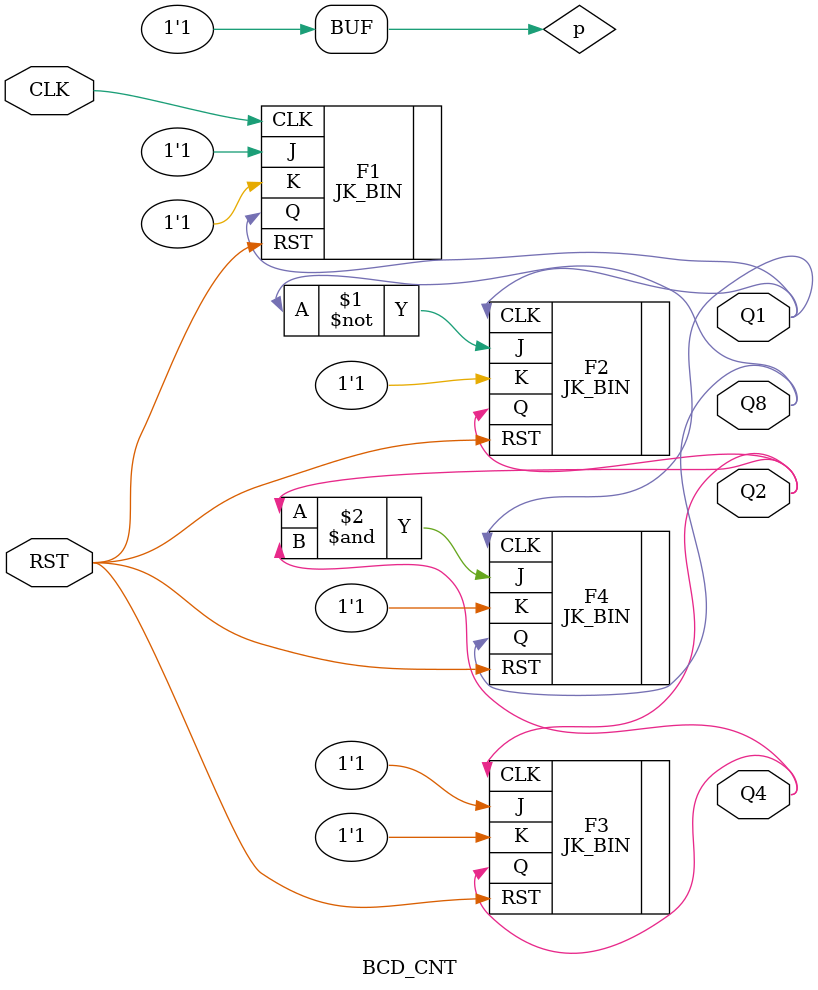
<source format=v>
module BCD_CNT(
	input CLK, RST,
	output Q1, Q2, Q4, Q8
);

	 
    supply1 p;
	 
	 



//			JK_FF F1(.J(p), .K(p), .CLK(CLK), .Q(Q1), .NQ());
//		   JK_FF F2(.J(NQ8), .K(p), .CLK(Q1), .Q(Q2), .NQ());
//		   JK_FF F3(.J(p), .K(p), .CLK(Q2), .Q(Q4), .NQ());
//		   JK_FF F4(.J(Q2&Q4), .K(p), .CLK(Q1), .Q(Q8), .NQ(NQ8));

			JK_BIN F1(.J(p), .K(p), .CLK(CLK), .RST(RST), .Q(Q1));
		   JK_BIN F2(.J(~Q8), .K(p), .CLK(Q1), .RST(RST), .Q(Q2));
		   JK_BIN F3(.J(p), .K(p), .CLK(Q2), .RST(RST), .Q(Q4));
		   JK_BIN F4(.J(Q2&Q4), .K(p), .CLK(Q1), .RST(RST), .Q(Q8));

endmodule

</source>
